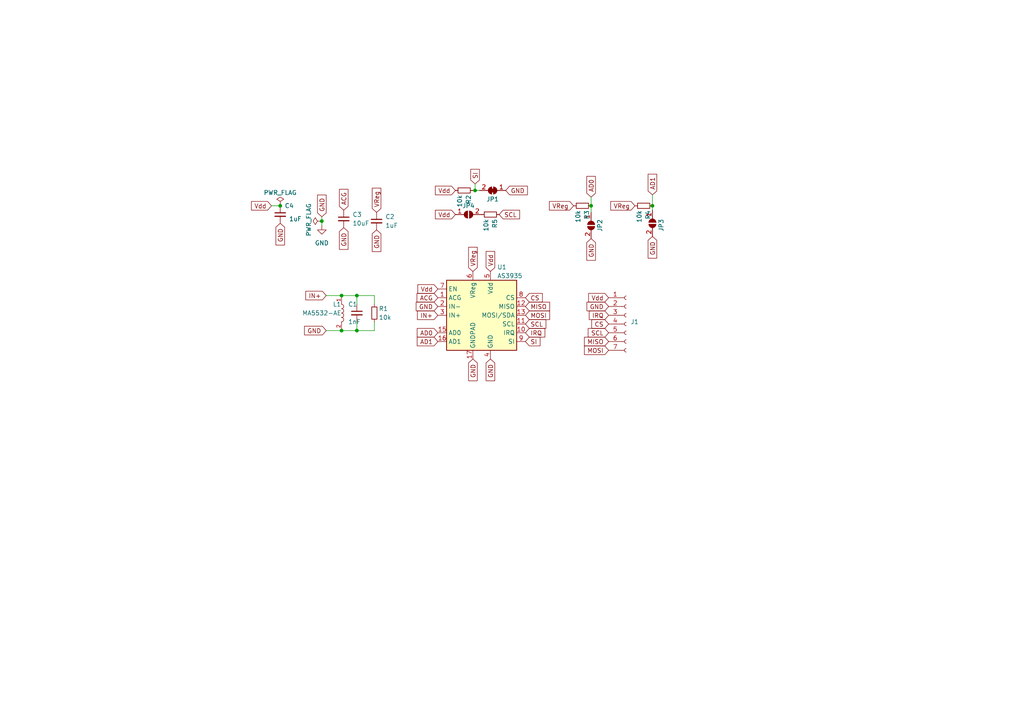
<source format=kicad_sch>
(kicad_sch (version 20230121) (generator eeschema)

  (uuid ca22a732-96f2-4146-9931-93c71964e585)

  (paper "A4")

  (lib_symbols
    (symbol "Connector:Conn_01x07_Socket" (pin_names (offset 1.016) hide) (in_bom yes) (on_board yes)
      (property "Reference" "J" (at 0 10.16 0)
        (effects (font (size 1.27 1.27)))
      )
      (property "Value" "Conn_01x07_Socket" (at 0 -10.16 0)
        (effects (font (size 1.27 1.27)))
      )
      (property "Footprint" "" (at 0 0 0)
        (effects (font (size 1.27 1.27)) hide)
      )
      (property "Datasheet" "~" (at 0 0 0)
        (effects (font (size 1.27 1.27)) hide)
      )
      (property "ki_locked" "" (at 0 0 0)
        (effects (font (size 1.27 1.27)))
      )
      (property "ki_keywords" "connector" (at 0 0 0)
        (effects (font (size 1.27 1.27)) hide)
      )
      (property "ki_description" "Generic connector, single row, 01x07, script generated" (at 0 0 0)
        (effects (font (size 1.27 1.27)) hide)
      )
      (property "ki_fp_filters" "Connector*:*_1x??_*" (at 0 0 0)
        (effects (font (size 1.27 1.27)) hide)
      )
      (symbol "Conn_01x07_Socket_1_1"
        (arc (start 0 -7.112) (mid -0.5058 -7.62) (end 0 -8.128)
          (stroke (width 0.1524) (type default))
          (fill (type none))
        )
        (arc (start 0 -4.572) (mid -0.5058 -5.08) (end 0 -5.588)
          (stroke (width 0.1524) (type default))
          (fill (type none))
        )
        (arc (start 0 -2.032) (mid -0.5058 -2.54) (end 0 -3.048)
          (stroke (width 0.1524) (type default))
          (fill (type none))
        )
        (polyline
          (pts
            (xy -1.27 -7.62)
            (xy -0.508 -7.62)
          )
          (stroke (width 0.1524) (type default))
          (fill (type none))
        )
        (polyline
          (pts
            (xy -1.27 -5.08)
            (xy -0.508 -5.08)
          )
          (stroke (width 0.1524) (type default))
          (fill (type none))
        )
        (polyline
          (pts
            (xy -1.27 -2.54)
            (xy -0.508 -2.54)
          )
          (stroke (width 0.1524) (type default))
          (fill (type none))
        )
        (polyline
          (pts
            (xy -1.27 0)
            (xy -0.508 0)
          )
          (stroke (width 0.1524) (type default))
          (fill (type none))
        )
        (polyline
          (pts
            (xy -1.27 2.54)
            (xy -0.508 2.54)
          )
          (stroke (width 0.1524) (type default))
          (fill (type none))
        )
        (polyline
          (pts
            (xy -1.27 5.08)
            (xy -0.508 5.08)
          )
          (stroke (width 0.1524) (type default))
          (fill (type none))
        )
        (polyline
          (pts
            (xy -1.27 7.62)
            (xy -0.508 7.62)
          )
          (stroke (width 0.1524) (type default))
          (fill (type none))
        )
        (arc (start 0 0.508) (mid -0.5058 0) (end 0 -0.508)
          (stroke (width 0.1524) (type default))
          (fill (type none))
        )
        (arc (start 0 3.048) (mid -0.5058 2.54) (end 0 2.032)
          (stroke (width 0.1524) (type default))
          (fill (type none))
        )
        (arc (start 0 5.588) (mid -0.5058 5.08) (end 0 4.572)
          (stroke (width 0.1524) (type default))
          (fill (type none))
        )
        (arc (start 0 8.128) (mid -0.5058 7.62) (end 0 7.112)
          (stroke (width 0.1524) (type default))
          (fill (type none))
        )
        (pin passive line (at -5.08 7.62 0) (length 3.81)
          (name "Pin_1" (effects (font (size 1.27 1.27))))
          (number "1" (effects (font (size 1.27 1.27))))
        )
        (pin passive line (at -5.08 5.08 0) (length 3.81)
          (name "Pin_2" (effects (font (size 1.27 1.27))))
          (number "2" (effects (font (size 1.27 1.27))))
        )
        (pin passive line (at -5.08 2.54 0) (length 3.81)
          (name "Pin_3" (effects (font (size 1.27 1.27))))
          (number "3" (effects (font (size 1.27 1.27))))
        )
        (pin passive line (at -5.08 0 0) (length 3.81)
          (name "Pin_4" (effects (font (size 1.27 1.27))))
          (number "4" (effects (font (size 1.27 1.27))))
        )
        (pin passive line (at -5.08 -2.54 0) (length 3.81)
          (name "Pin_5" (effects (font (size 1.27 1.27))))
          (number "5" (effects (font (size 1.27 1.27))))
        )
        (pin passive line (at -5.08 -5.08 0) (length 3.81)
          (name "Pin_6" (effects (font (size 1.27 1.27))))
          (number "6" (effects (font (size 1.27 1.27))))
        )
        (pin passive line (at -5.08 -7.62 0) (length 3.81)
          (name "Pin_7" (effects (font (size 1.27 1.27))))
          (number "7" (effects (font (size 1.27 1.27))))
        )
      )
    )
    (symbol "Device:C_Small" (pin_numbers hide) (pin_names (offset 0.254) hide) (in_bom yes) (on_board yes)
      (property "Reference" "C" (at 0.254 1.778 0)
        (effects (font (size 1.27 1.27)) (justify left))
      )
      (property "Value" "C_Small" (at 0.254 -2.032 0)
        (effects (font (size 1.27 1.27)) (justify left))
      )
      (property "Footprint" "" (at 0 0 0)
        (effects (font (size 1.27 1.27)) hide)
      )
      (property "Datasheet" "~" (at 0 0 0)
        (effects (font (size 1.27 1.27)) hide)
      )
      (property "ki_keywords" "capacitor cap" (at 0 0 0)
        (effects (font (size 1.27 1.27)) hide)
      )
      (property "ki_description" "Unpolarized capacitor, small symbol" (at 0 0 0)
        (effects (font (size 1.27 1.27)) hide)
      )
      (property "ki_fp_filters" "C_*" (at 0 0 0)
        (effects (font (size 1.27 1.27)) hide)
      )
      (symbol "C_Small_0_1"
        (polyline
          (pts
            (xy -1.524 -0.508)
            (xy 1.524 -0.508)
          )
          (stroke (width 0.3302) (type default))
          (fill (type none))
        )
        (polyline
          (pts
            (xy -1.524 0.508)
            (xy 1.524 0.508)
          )
          (stroke (width 0.3048) (type default))
          (fill (type none))
        )
      )
      (symbol "C_Small_1_1"
        (pin passive line (at 0 2.54 270) (length 2.032)
          (name "~" (effects (font (size 1.27 1.27))))
          (number "1" (effects (font (size 1.27 1.27))))
        )
        (pin passive line (at 0 -2.54 90) (length 2.032)
          (name "~" (effects (font (size 1.27 1.27))))
          (number "2" (effects (font (size 1.27 1.27))))
        )
      )
    )
    (symbol "Device:R_Small" (pin_numbers hide) (pin_names (offset 0.254) hide) (in_bom yes) (on_board yes)
      (property "Reference" "R" (at 0.762 0.508 0)
        (effects (font (size 1.27 1.27)) (justify left))
      )
      (property "Value" "R_Small" (at 0.762 -1.016 0)
        (effects (font (size 1.27 1.27)) (justify left))
      )
      (property "Footprint" "" (at 0 0 0)
        (effects (font (size 1.27 1.27)) hide)
      )
      (property "Datasheet" "~" (at 0 0 0)
        (effects (font (size 1.27 1.27)) hide)
      )
      (property "ki_keywords" "R resistor" (at 0 0 0)
        (effects (font (size 1.27 1.27)) hide)
      )
      (property "ki_description" "Resistor, small symbol" (at 0 0 0)
        (effects (font (size 1.27 1.27)) hide)
      )
      (property "ki_fp_filters" "R_*" (at 0 0 0)
        (effects (font (size 1.27 1.27)) hide)
      )
      (symbol "R_Small_0_1"
        (rectangle (start -0.762 1.778) (end 0.762 -1.778)
          (stroke (width 0.2032) (type default))
          (fill (type none))
        )
      )
      (symbol "R_Small_1_1"
        (pin passive line (at 0 2.54 270) (length 0.762)
          (name "~" (effects (font (size 1.27 1.27))))
          (number "1" (effects (font (size 1.27 1.27))))
        )
        (pin passive line (at 0 -2.54 90) (length 0.762)
          (name "~" (effects (font (size 1.27 1.27))))
          (number "2" (effects (font (size 1.27 1.27))))
        )
      )
    )
    (symbol "Jumper:SolderJumper_2_Bridged" (pin_names (offset 0) hide) (in_bom yes) (on_board yes)
      (property "Reference" "JP" (at 0 2.032 0)
        (effects (font (size 1.27 1.27)))
      )
      (property "Value" "SolderJumper_2_Bridged" (at 0 -2.54 0)
        (effects (font (size 1.27 1.27)))
      )
      (property "Footprint" "" (at 0 0 0)
        (effects (font (size 1.27 1.27)) hide)
      )
      (property "Datasheet" "~" (at 0 0 0)
        (effects (font (size 1.27 1.27)) hide)
      )
      (property "ki_keywords" "solder jumper SPST" (at 0 0 0)
        (effects (font (size 1.27 1.27)) hide)
      )
      (property "ki_description" "Solder Jumper, 2-pole, closed/bridged" (at 0 0 0)
        (effects (font (size 1.27 1.27)) hide)
      )
      (property "ki_fp_filters" "SolderJumper*Bridged*" (at 0 0 0)
        (effects (font (size 1.27 1.27)) hide)
      )
      (symbol "SolderJumper_2_Bridged_0_1"
        (rectangle (start -0.508 0.508) (end 0.508 -0.508)
          (stroke (width 0) (type default))
          (fill (type outline))
        )
        (arc (start -0.254 1.016) (mid -1.2656 0) (end -0.254 -1.016)
          (stroke (width 0) (type default))
          (fill (type none))
        )
        (arc (start -0.254 1.016) (mid -1.2656 0) (end -0.254 -1.016)
          (stroke (width 0) (type default))
          (fill (type outline))
        )
        (polyline
          (pts
            (xy -0.254 1.016)
            (xy -0.254 -1.016)
          )
          (stroke (width 0) (type default))
          (fill (type none))
        )
        (polyline
          (pts
            (xy 0.254 1.016)
            (xy 0.254 -1.016)
          )
          (stroke (width 0) (type default))
          (fill (type none))
        )
        (arc (start 0.254 -1.016) (mid 1.2656 0) (end 0.254 1.016)
          (stroke (width 0) (type default))
          (fill (type none))
        )
        (arc (start 0.254 -1.016) (mid 1.2656 0) (end 0.254 1.016)
          (stroke (width 0) (type default))
          (fill (type outline))
        )
      )
      (symbol "SolderJumper_2_Bridged_1_1"
        (pin passive line (at -3.81 0 0) (length 2.54)
          (name "A" (effects (font (size 1.27 1.27))))
          (number "1" (effects (font (size 1.27 1.27))))
        )
        (pin passive line (at 3.81 0 180) (length 2.54)
          (name "B" (effects (font (size 1.27 1.27))))
          (number "2" (effects (font (size 1.27 1.27))))
        )
      )
    )
    (symbol "Jumper:SolderJumper_2_Open" (pin_names (offset 0) hide) (in_bom yes) (on_board yes)
      (property "Reference" "JP" (at 0 2.032 0)
        (effects (font (size 1.27 1.27)))
      )
      (property "Value" "SolderJumper_2_Open" (at 0 -2.54 0)
        (effects (font (size 1.27 1.27)))
      )
      (property "Footprint" "" (at 0 0 0)
        (effects (font (size 1.27 1.27)) hide)
      )
      (property "Datasheet" "~" (at 0 0 0)
        (effects (font (size 1.27 1.27)) hide)
      )
      (property "ki_keywords" "solder jumper SPST" (at 0 0 0)
        (effects (font (size 1.27 1.27)) hide)
      )
      (property "ki_description" "Solder Jumper, 2-pole, open" (at 0 0 0)
        (effects (font (size 1.27 1.27)) hide)
      )
      (property "ki_fp_filters" "SolderJumper*Open*" (at 0 0 0)
        (effects (font (size 1.27 1.27)) hide)
      )
      (symbol "SolderJumper_2_Open_0_1"
        (arc (start -0.254 1.016) (mid -1.2656 0) (end -0.254 -1.016)
          (stroke (width 0) (type default))
          (fill (type none))
        )
        (arc (start -0.254 1.016) (mid -1.2656 0) (end -0.254 -1.016)
          (stroke (width 0) (type default))
          (fill (type outline))
        )
        (polyline
          (pts
            (xy -0.254 1.016)
            (xy -0.254 -1.016)
          )
          (stroke (width 0) (type default))
          (fill (type none))
        )
        (polyline
          (pts
            (xy 0.254 1.016)
            (xy 0.254 -1.016)
          )
          (stroke (width 0) (type default))
          (fill (type none))
        )
        (arc (start 0.254 -1.016) (mid 1.2656 0) (end 0.254 1.016)
          (stroke (width 0) (type default))
          (fill (type none))
        )
        (arc (start 0.254 -1.016) (mid 1.2656 0) (end 0.254 1.016)
          (stroke (width 0) (type default))
          (fill (type outline))
        )
      )
      (symbol "SolderJumper_2_Open_1_1"
        (pin passive line (at -3.81 0 0) (length 2.54)
          (name "A" (effects (font (size 1.27 1.27))))
          (number "1" (effects (font (size 1.27 1.27))))
        )
        (pin passive line (at 3.81 0 180) (length 2.54)
          (name "B" (effects (font (size 1.27 1.27))))
          (number "2" (effects (font (size 1.27 1.27))))
        )
      )
    )
    (symbol "MA5532-AE:MA5532-AE" (pin_names (offset 1.016)) (in_bom yes) (on_board yes)
      (property "Reference" "L1" (at -2.54 2.54 0)
        (effects (font (size 1.27 1.27)) (justify left))
      )
      (property "Value" "MA5532-AE" (at -11.43 0 0)
        (effects (font (size 1.27 1.27)) (justify left))
      )
      (property "Footprint" "MA5532:MA5532-AE" (at 0 0 0)
        (effects (font (size 1.27 1.27)) (justify bottom) hide)
      )
      (property "Datasheet" "" (at 0 0 0)
        (effects (font (size 1.27 1.27)) hide)
      )
      (property "VALUE" "100uH" (at 0 0 0)
        (effects (font (size 1.27 1.27)) (justify bottom) hide)
      )
      (property "PROD_ID" "NDUC-11334" (at 0 0 0)
        (effects (font (size 1.27 1.27)) (justify bottom) hide)
      )
      (symbol "MA5532-AE_0_0"
        (arc (start 0 -2.54) (mid 0.6323 -1.905) (end 0 -1.27)
          (stroke (width 0.1524) (type default))
          (fill (type none))
        )
        (arc (start 0 -1.27) (mid 0.6323 -0.635) (end 0 0)
          (stroke (width 0.1524) (type default))
          (fill (type none))
        )
        (arc (start 0 0) (mid 0.6323 0.635) (end 0 1.27)
          (stroke (width 0.1524) (type default))
          (fill (type none))
        )
        (arc (start 0 1.27) (mid 0.6323 1.905) (end 0 2.54)
          (stroke (width 0.1524) (type default))
          (fill (type none))
        )
      )
      (symbol "MA5532-AE_1_1"
        (pin passive line (at 0 5.08 270) (length 2.54)
          (name "~" (effects (font (size 1.016 1.016))))
          (number "1" (effects (font (size 1.016 1.016))))
        )
        (pin passive line (at 0 -5.08 90) (length 2.54)
          (name "~" (effects (font (size 1.016 1.016))))
          (number "2" (effects (font (size 1.016 1.016))))
        )
      )
    )
    (symbol "Sensor:AS3935" (in_bom yes) (on_board yes)
      (property "Reference" "U" (at 5.08 15.24 0)
        (effects (font (size 1.27 1.27)) (justify left))
      )
      (property "Value" "AS3935" (at 5.08 12.7 0)
        (effects (font (size 1.27 1.27)) (justify left))
      )
      (property "Footprint" "Package_DFN_QFN:MLPQ-16-1EP_4x4mm_P0.65mm_EP2.8x2.8mm" (at 20.32 22.86 0)
        (effects (font (size 1.27 1.27)) hide)
      )
      (property "Datasheet" "https://www.embeddedadventures.com/datasheets/AS3935_Datasheet_EN_v2.pdf" (at -2.54 0 0)
        (effects (font (size 1.27 1.27)) hide)
      )
      (property "ki_keywords" "lightning sensor" (at 0 0 0)
        (effects (font (size 1.27 1.27)) hide)
      )
      (property "ki_description" "Programmable fully integrated Lightning Sensor IC" (at 0 0 0)
        (effects (font (size 1.27 1.27)) hide)
      )
      (property "ki_fp_filters" "*MLPQ*16*1EP*4x4mm*P0.65mm*" (at 0 0 0)
        (effects (font (size 1.27 1.27)) hide)
      )
      (symbol "AS3935_0_1"
        (rectangle (start -10.16 10.16) (end 10.16 -10.16)
          (stroke (width 0.254) (type default))
          (fill (type background))
        )
      )
      (symbol "AS3935_1_1"
        (pin input line (at -12.7 5.08 0) (length 2.54)
          (name "ACG" (effects (font (size 1.27 1.27))))
          (number "1" (effects (font (size 1.27 1.27))))
        )
        (pin bidirectional line (at 12.7 -5.08 180) (length 2.54)
          (name "IRQ" (effects (font (size 1.27 1.27))))
          (number "10" (effects (font (size 1.27 1.27))))
        )
        (pin bidirectional line (at 12.7 -2.54 180) (length 2.54)
          (name "SCL" (effects (font (size 1.27 1.27))))
          (number "11" (effects (font (size 1.27 1.27))))
        )
        (pin output line (at 12.7 2.54 180) (length 2.54)
          (name "MISO" (effects (font (size 1.27 1.27))))
          (number "12" (effects (font (size 1.27 1.27))))
        )
        (pin bidirectional line (at 12.7 0 180) (length 2.54)
          (name "MOSI/SDA" (effects (font (size 1.27 1.27))))
          (number "13" (effects (font (size 1.27 1.27))))
        )
        (pin input line (at -12.7 -5.08 0) (length 2.54)
          (name "AD0" (effects (font (size 1.27 1.27))))
          (number "15" (effects (font (size 1.27 1.27))))
        )
        (pin input line (at -12.7 -7.62 0) (length 2.54)
          (name "AD1" (effects (font (size 1.27 1.27))))
          (number "16" (effects (font (size 1.27 1.27))))
        )
        (pin power_in line (at -2.54 -12.7 90) (length 2.54)
          (name "GNDPAD" (effects (font (size 1.27 1.27))))
          (number "17" (effects (font (size 1.27 1.27))))
        )
        (pin input line (at -12.7 2.54 0) (length 2.54)
          (name "IN-" (effects (font (size 1.27 1.27))))
          (number "2" (effects (font (size 1.27 1.27))))
        )
        (pin input line (at -12.7 0 0) (length 2.54)
          (name "IN+" (effects (font (size 1.27 1.27))))
          (number "3" (effects (font (size 1.27 1.27))))
        )
        (pin power_in line (at 2.54 -12.7 90) (length 2.54)
          (name "GND" (effects (font (size 1.27 1.27))))
          (number "4" (effects (font (size 1.27 1.27))))
        )
        (pin power_in line (at 2.54 12.7 270) (length 2.54)
          (name "Vdd" (effects (font (size 1.27 1.27))))
          (number "5" (effects (font (size 1.27 1.27))))
        )
        (pin passive line (at -2.54 12.7 270) (length 2.54)
          (name "VReg" (effects (font (size 1.27 1.27))))
          (number "6" (effects (font (size 1.27 1.27))))
        )
        (pin input line (at -12.7 7.62 0) (length 2.54)
          (name "EN" (effects (font (size 1.27 1.27))))
          (number "7" (effects (font (size 1.27 1.27))))
        )
        (pin input line (at 12.7 5.08 180) (length 2.54)
          (name "CS" (effects (font (size 1.27 1.27))))
          (number "8" (effects (font (size 1.27 1.27))))
        )
        (pin input line (at 12.7 -7.62 180) (length 2.54)
          (name "SI" (effects (font (size 1.27 1.27))))
          (number "9" (effects (font (size 1.27 1.27))))
        )
      )
    )
    (symbol "power:GND" (power) (pin_names (offset 0)) (in_bom yes) (on_board yes)
      (property "Reference" "#PWR" (at 0 -6.35 0)
        (effects (font (size 1.27 1.27)) hide)
      )
      (property "Value" "GND" (at 0 -3.81 0)
        (effects (font (size 1.27 1.27)))
      )
      (property "Footprint" "" (at 0 0 0)
        (effects (font (size 1.27 1.27)) hide)
      )
      (property "Datasheet" "" (at 0 0 0)
        (effects (font (size 1.27 1.27)) hide)
      )
      (property "ki_keywords" "global power" (at 0 0 0)
        (effects (font (size 1.27 1.27)) hide)
      )
      (property "ki_description" "Power symbol creates a global label with name \"GND\" , ground" (at 0 0 0)
        (effects (font (size 1.27 1.27)) hide)
      )
      (symbol "GND_0_1"
        (polyline
          (pts
            (xy 0 0)
            (xy 0 -1.27)
            (xy 1.27 -1.27)
            (xy 0 -2.54)
            (xy -1.27 -1.27)
            (xy 0 -1.27)
          )
          (stroke (width 0) (type default))
          (fill (type none))
        )
      )
      (symbol "GND_1_1"
        (pin power_in line (at 0 0 270) (length 0) hide
          (name "GND" (effects (font (size 1.27 1.27))))
          (number "1" (effects (font (size 1.27 1.27))))
        )
      )
    )
    (symbol "power:PWR_FLAG" (power) (pin_numbers hide) (pin_names (offset 0) hide) (in_bom yes) (on_board yes)
      (property "Reference" "#FLG" (at 0 1.905 0)
        (effects (font (size 1.27 1.27)) hide)
      )
      (property "Value" "PWR_FLAG" (at 0 3.81 0)
        (effects (font (size 1.27 1.27)))
      )
      (property "Footprint" "" (at 0 0 0)
        (effects (font (size 1.27 1.27)) hide)
      )
      (property "Datasheet" "~" (at 0 0 0)
        (effects (font (size 1.27 1.27)) hide)
      )
      (property "ki_keywords" "flag power" (at 0 0 0)
        (effects (font (size 1.27 1.27)) hide)
      )
      (property "ki_description" "Special symbol for telling ERC where power comes from" (at 0 0 0)
        (effects (font (size 1.27 1.27)) hide)
      )
      (symbol "PWR_FLAG_0_0"
        (pin power_out line (at 0 0 90) (length 0)
          (name "pwr" (effects (font (size 1.27 1.27))))
          (number "1" (effects (font (size 1.27 1.27))))
        )
      )
      (symbol "PWR_FLAG_0_1"
        (polyline
          (pts
            (xy 0 0)
            (xy 0 1.27)
            (xy -1.016 1.905)
            (xy 0 2.54)
            (xy 1.016 1.905)
            (xy 0 1.27)
          )
          (stroke (width 0) (type default))
          (fill (type none))
        )
      )
    )
  )

  (junction (at 171.45 59.69) (diameter 0) (color 0 0 0 0)
    (uuid 1fae0b06-0ffe-4dca-8226-3622ccb1db19)
  )
  (junction (at 189.23 59.69) (diameter 0) (color 0 0 0 0)
    (uuid 2ab10f1b-41ef-4d42-ab2b-d9dbfbb6c754)
  )
  (junction (at 137.795 55.245) (diameter 0) (color 0 0 0 0)
    (uuid 53ad17a9-0ea9-402f-912d-48dcdead678f)
  )
  (junction (at 81.28 59.69) (diameter 0) (color 0 0 0 0)
    (uuid 7134b333-9a82-420b-a434-c72ae8a244be)
  )
  (junction (at 99.06 85.725) (diameter 0) (color 0 0 0 0)
    (uuid 80c91484-48ac-4729-bfc6-e8c02d29e77c)
  )
  (junction (at 93.345 64.135) (diameter 0) (color 0 0 0 0)
    (uuid 98de51eb-00c5-4cff-9f18-5d480fd8f8d4)
  )
  (junction (at 103.505 95.885) (diameter 0) (color 0 0 0 0)
    (uuid be3d6bff-572c-42a5-921f-352c95181e0e)
  )
  (junction (at 99.06 95.885) (diameter 0) (color 0 0 0 0)
    (uuid c9d6ab6e-8fee-4a6a-9ecc-7d39c6436c0d)
  )
  (junction (at 103.505 85.725) (diameter 0) (color 0 0 0 0)
    (uuid cdea6fe1-48ec-4bf0-8c27-dbf0bc23ef90)
  )

  (wire (pts (xy 103.505 95.885) (xy 108.585 95.885))
    (stroke (width 0) (type default))
    (uuid 25454b7b-3436-4db3-95df-6f183c81db36)
  )
  (wire (pts (xy 189.23 56.515) (xy 189.23 59.69))
    (stroke (width 0) (type default))
    (uuid 30e65e00-c5ad-4d3c-bc02-561896ba9764)
  )
  (wire (pts (xy 108.585 93.345) (xy 108.585 95.885))
    (stroke (width 0) (type default))
    (uuid 37a4bb7b-3e4b-44a0-8973-a9ec7b56ef6d)
  )
  (wire (pts (xy 99.06 95.885) (xy 103.505 95.885))
    (stroke (width 0) (type default))
    (uuid 3fe97094-081c-466f-b6f1-7bccf0c932ef)
  )
  (wire (pts (xy 103.505 85.725) (xy 108.585 85.725))
    (stroke (width 0) (type default))
    (uuid 42619ede-11d7-4b79-8d26-0d11961d96f4)
  )
  (wire (pts (xy 78.74 59.69) (xy 81.28 59.69))
    (stroke (width 0) (type default))
    (uuid 4c282f6b-fca3-45bc-80df-1d1e3662ac47)
  )
  (wire (pts (xy 171.45 57.15) (xy 171.45 59.69))
    (stroke (width 0) (type default))
    (uuid 6f7499a7-a65d-44ac-bdbc-4211eeb5d5d7)
  )
  (wire (pts (xy 137.16 55.245) (xy 137.795 55.245))
    (stroke (width 0) (type default))
    (uuid 77595150-3b56-4421-9e57-781d26968bf3)
  )
  (wire (pts (xy 93.345 64.135) (xy 93.345 65.405))
    (stroke (width 0) (type default))
    (uuid 79d094f7-5e24-429c-b700-aa2a23639303)
  )
  (wire (pts (xy 137.795 55.245) (xy 139.065 55.245))
    (stroke (width 0) (type default))
    (uuid 7f74366c-313d-4a7d-b1b5-6507a15f0d0b)
  )
  (wire (pts (xy 94.615 95.885) (xy 99.06 95.885))
    (stroke (width 0) (type default))
    (uuid 8c287a51-20aa-48f3-aca9-ce54970f8212)
  )
  (wire (pts (xy 99.06 85.725) (xy 103.505 85.725))
    (stroke (width 0) (type default))
    (uuid a0a70c76-da9f-40f3-84fb-ba5d5a1c4cec)
  )
  (wire (pts (xy 94.615 85.725) (xy 99.06 85.725))
    (stroke (width 0) (type default))
    (uuid a5fb8896-6bce-4d57-859a-4472bb169ff1)
  )
  (wire (pts (xy 93.345 62.865) (xy 93.345 64.135))
    (stroke (width 0) (type default))
    (uuid a6a225df-6811-444f-badd-29507b360c2a)
  )
  (wire (pts (xy 137.795 53.34) (xy 137.795 55.245))
    (stroke (width 0) (type default))
    (uuid a8995a36-29d6-4752-b634-cd1335c446b8)
  )
  (wire (pts (xy 108.585 88.265) (xy 108.585 85.725))
    (stroke (width 0) (type default))
    (uuid abe58568-556d-4e16-83d5-b3688d1a6466)
  )
  (wire (pts (xy 171.45 59.69) (xy 171.45 61.595))
    (stroke (width 0) (type default))
    (uuid bef093bf-f425-48fe-ab9b-52bca6024c1b)
  )
  (wire (pts (xy 103.505 88.265) (xy 103.505 85.725))
    (stroke (width 0) (type default))
    (uuid cadb07c0-66df-4bab-8e77-d6769d3d7b89)
  )
  (wire (pts (xy 103.505 93.345) (xy 103.505 95.885))
    (stroke (width 0) (type default))
    (uuid ec214c17-3a3d-41ad-8409-4b46c8bfcad9)
  )
  (wire (pts (xy 189.23 59.69) (xy 189.23 60.96))
    (stroke (width 0) (type default))
    (uuid f23a7eb6-670c-4b19-98a2-9ecd1f1643fa)
  )

  (global_label "GND" (shape input) (at 93.345 62.865 90) (fields_autoplaced)
    (effects (font (size 1.27 1.27)) (justify left))
    (uuid 00921839-d046-46cd-903e-d3b09b5c4702)
    (property "Intersheetrefs" "${INTERSHEET_REFS}" (at 93.345 56.0887 90)
      (effects (font (size 1.27 1.27)) (justify left) hide)
    )
  )
  (global_label "MOSI" (shape input) (at 152.4 91.44 0) (fields_autoplaced)
    (effects (font (size 1.27 1.27)) (justify left))
    (uuid 00e5bb55-f92b-47ff-abcf-520cc9eb69f6)
    (property "Intersheetrefs" "${INTERSHEET_REFS}" (at 159.902 91.44 0)
      (effects (font (size 1.27 1.27)) (justify left) hide)
    )
  )
  (global_label "AD1" (shape input) (at 127 99.06 180) (fields_autoplaced)
    (effects (font (size 1.27 1.27)) (justify right))
    (uuid 0c0bcd8b-6800-442a-90cf-d69da88daabd)
    (property "Intersheetrefs" "${INTERSHEET_REFS}" (at 120.5261 99.06 0)
      (effects (font (size 1.27 1.27)) (justify right) hide)
    )
  )
  (global_label "SCL" (shape input) (at 152.4 93.98 0) (fields_autoplaced)
    (effects (font (size 1.27 1.27)) (justify left))
    (uuid 0db8babf-efaf-4b71-8851-38efcd3978e3)
    (property "Intersheetrefs" "${INTERSHEET_REFS}" (at 158.8134 93.98 0)
      (effects (font (size 1.27 1.27)) (justify left) hide)
    )
  )
  (global_label "SCL" (shape input) (at 176.53 96.52 180) (fields_autoplaced)
    (effects (font (size 1.27 1.27)) (justify right))
    (uuid 0e467b39-5c96-450a-ad6c-0754a0f040dd)
    (property "Intersheetrefs" "${INTERSHEET_REFS}" (at 170.1166 96.52 0)
      (effects (font (size 1.27 1.27)) (justify right) hide)
    )
  )
  (global_label "GND" (shape input) (at 189.23 68.58 270) (fields_autoplaced)
    (effects (font (size 1.27 1.27)) (justify right))
    (uuid 1448f58e-ac10-4ec8-b6d0-67ef34b2260d)
    (property "Intersheetrefs" "${INTERSHEET_REFS}" (at 189.23 75.3563 90)
      (effects (font (size 1.27 1.27)) (justify right) hide)
    )
  )
  (global_label "GND" (shape input) (at 99.695 66.04 270) (fields_autoplaced)
    (effects (font (size 1.27 1.27)) (justify right))
    (uuid 1c8b4fde-7b93-4f29-b1ae-c3d27f1153da)
    (property "Intersheetrefs" "${INTERSHEET_REFS}" (at 99.695 72.8163 90)
      (effects (font (size 1.27 1.27)) (justify right) hide)
    )
  )
  (global_label "Vdd" (shape input) (at 78.74 59.69 180) (fields_autoplaced)
    (effects (font (size 1.27 1.27)) (justify right))
    (uuid 2012df71-96f8-4d68-92da-343638d7ca8e)
    (property "Intersheetrefs" "${INTERSHEET_REFS}" (at 72.4476 59.69 0)
      (effects (font (size 1.27 1.27)) (justify right) hide)
    )
  )
  (global_label "ACG" (shape input) (at 99.695 60.96 90) (fields_autoplaced)
    (effects (font (size 1.27 1.27)) (justify left))
    (uuid 28c41953-ee5e-466b-a389-2a596d512bd1)
    (property "Intersheetrefs" "${INTERSHEET_REFS}" (at 99.695 54.4256 90)
      (effects (font (size 1.27 1.27)) (justify left) hide)
    )
  )
  (global_label "VReg" (shape input) (at 109.22 61.595 90) (fields_autoplaced)
    (effects (font (size 1.27 1.27)) (justify left))
    (uuid 3b73d43e-e0ce-4390-9fcc-e4ab4993c09c)
    (property "Intersheetrefs" "${INTERSHEET_REFS}" (at 109.22 54.093 90)
      (effects (font (size 1.27 1.27)) (justify left) hide)
    )
  )
  (global_label "ACG" (shape input) (at 127 86.36 180) (fields_autoplaced)
    (effects (font (size 1.27 1.27)) (justify right))
    (uuid 3fef3b0f-f1f3-4003-99ae-36292849f818)
    (property "Intersheetrefs" "${INTERSHEET_REFS}" (at 120.4656 86.36 0)
      (effects (font (size 1.27 1.27)) (justify right) hide)
    )
  )
  (global_label "IN+" (shape input) (at 94.615 85.725 180) (fields_autoplaced)
    (effects (font (size 1.27 1.27)) (justify right))
    (uuid 462662b9-3cef-47d2-94aa-220f783f46c7)
    (property "Intersheetrefs" "${INTERSHEET_REFS}" (at 88.2015 85.725 0)
      (effects (font (size 1.27 1.27)) (justify right) hide)
    )
  )
  (global_label "GND" (shape input) (at 171.45 69.215 270) (fields_autoplaced)
    (effects (font (size 1.27 1.27)) (justify right))
    (uuid 4a2a9bf9-a13f-4a0c-82a9-f663d9a30591)
    (property "Intersheetrefs" "${INTERSHEET_REFS}" (at 171.45 75.9913 90)
      (effects (font (size 1.27 1.27)) (justify right) hide)
    )
  )
  (global_label "IRQ" (shape input) (at 152.4 96.52 0) (fields_autoplaced)
    (effects (font (size 1.27 1.27)) (justify left))
    (uuid 523e53a2-8f0f-48ad-a3c2-d13879955f49)
    (property "Intersheetrefs" "${INTERSHEET_REFS}" (at 158.5111 96.52 0)
      (effects (font (size 1.27 1.27)) (justify left) hide)
    )
  )
  (global_label "VReg" (shape input) (at 184.15 59.69 180) (fields_autoplaced)
    (effects (font (size 1.27 1.27)) (justify right))
    (uuid 56f8afa5-9383-4a2e-9dd5-6baf8d1f7707)
    (property "Intersheetrefs" "${INTERSHEET_REFS}" (at 176.648 59.69 0)
      (effects (font (size 1.27 1.27)) (justify right) hide)
    )
  )
  (global_label "MISO" (shape input) (at 176.53 99.06 180) (fields_autoplaced)
    (effects (font (size 1.27 1.27)) (justify right))
    (uuid 5f2a1ad5-4419-4718-a004-c4a4e262b8c4)
    (property "Intersheetrefs" "${INTERSHEET_REFS}" (at 169.028 99.06 0)
      (effects (font (size 1.27 1.27)) (justify right) hide)
    )
  )
  (global_label "CS" (shape input) (at 176.53 93.98 180) (fields_autoplaced)
    (effects (font (size 1.27 1.27)) (justify right))
    (uuid 67dd746b-94c4-4463-a1e6-46526ea5c4c5)
    (property "Intersheetrefs" "${INTERSHEET_REFS}" (at 171.1447 93.98 0)
      (effects (font (size 1.27 1.27)) (justify right) hide)
    )
  )
  (global_label "MOSI" (shape input) (at 176.53 101.6 180) (fields_autoplaced)
    (effects (font (size 1.27 1.27)) (justify right))
    (uuid 6ddf375c-afc0-4ac7-9410-74e065c96978)
    (property "Intersheetrefs" "${INTERSHEET_REFS}" (at 169.028 101.6 0)
      (effects (font (size 1.27 1.27)) (justify right) hide)
    )
  )
  (global_label "SI" (shape input) (at 152.4 99.06 0) (fields_autoplaced)
    (effects (font (size 1.27 1.27)) (justify left))
    (uuid 71ee9a0a-9bc8-42a5-a55a-fbe61c648423)
    (property "Intersheetrefs" "${INTERSHEET_REFS}" (at 157.1201 99.06 0)
      (effects (font (size 1.27 1.27)) (justify left) hide)
    )
  )
  (global_label "IN+" (shape input) (at 127 91.44 180) (fields_autoplaced)
    (effects (font (size 1.27 1.27)) (justify right))
    (uuid 776e7b29-f2ff-415a-bcfe-8988b56be3ce)
    (property "Intersheetrefs" "${INTERSHEET_REFS}" (at 120.5865 91.44 0)
      (effects (font (size 1.27 1.27)) (justify right) hide)
    )
  )
  (global_label "MISO" (shape input) (at 152.4 88.9 0) (fields_autoplaced)
    (effects (font (size 1.27 1.27)) (justify left))
    (uuid 7850a3bc-6ff0-46e9-8123-d020f0a81282)
    (property "Intersheetrefs" "${INTERSHEET_REFS}" (at 159.902 88.9 0)
      (effects (font (size 1.27 1.27)) (justify left) hide)
    )
  )
  (global_label "GND" (shape input) (at 94.615 95.885 180) (fields_autoplaced)
    (effects (font (size 1.27 1.27)) (justify right))
    (uuid 7bce3697-4cf4-4d46-a033-a2c46234f7f5)
    (property "Intersheetrefs" "${INTERSHEET_REFS}" (at 87.8387 95.885 0)
      (effects (font (size 1.27 1.27)) (justify right) hide)
    )
  )
  (global_label "IRQ" (shape input) (at 176.53 91.44 180) (fields_autoplaced)
    (effects (font (size 1.27 1.27)) (justify right))
    (uuid 8c23c066-3cb7-4f47-a388-ed98aed4b3c2)
    (property "Intersheetrefs" "${INTERSHEET_REFS}" (at 170.4189 91.44 0)
      (effects (font (size 1.27 1.27)) (justify right) hide)
    )
  )
  (global_label "VReg" (shape input) (at 166.37 59.69 180) (fields_autoplaced)
    (effects (font (size 1.27 1.27)) (justify right))
    (uuid 9c844452-a2db-4e90-a342-7fdc3490ea48)
    (property "Intersheetrefs" "${INTERSHEET_REFS}" (at 158.868 59.69 0)
      (effects (font (size 1.27 1.27)) (justify right) hide)
    )
  )
  (global_label "SCL" (shape input) (at 144.78 62.23 0) (fields_autoplaced)
    (effects (font (size 1.27 1.27)) (justify left))
    (uuid a0041555-4b80-4d9a-9baa-052eb10436c0)
    (property "Intersheetrefs" "${INTERSHEET_REFS}" (at 151.1934 62.23 0)
      (effects (font (size 1.27 1.27)) (justify left) hide)
    )
  )
  (global_label "AD1" (shape input) (at 189.23 56.515 90) (fields_autoplaced)
    (effects (font (size 1.27 1.27)) (justify left))
    (uuid a4facef3-66a1-4d5e-9491-60c35fe7750d)
    (property "Intersheetrefs" "${INTERSHEET_REFS}" (at 189.23 50.0411 90)
      (effects (font (size 1.27 1.27)) (justify left) hide)
    )
  )
  (global_label "VReg" (shape input) (at 137.16 78.74 90) (fields_autoplaced)
    (effects (font (size 1.27 1.27)) (justify left))
    (uuid ad64298a-c154-495b-9c86-27c670e2c86d)
    (property "Intersheetrefs" "${INTERSHEET_REFS}" (at 137.16 71.238 90)
      (effects (font (size 1.27 1.27)) (justify left) hide)
    )
  )
  (global_label "GND" (shape input) (at 109.22 66.675 270) (fields_autoplaced)
    (effects (font (size 1.27 1.27)) (justify right))
    (uuid ba5e960e-e146-4b74-8753-b7770dfad848)
    (property "Intersheetrefs" "${INTERSHEET_REFS}" (at 109.22 73.4513 90)
      (effects (font (size 1.27 1.27)) (justify right) hide)
    )
  )
  (global_label "GND" (shape input) (at 142.24 104.14 270) (fields_autoplaced)
    (effects (font (size 1.27 1.27)) (justify right))
    (uuid baa77613-8a9f-4585-9063-54cf942bc101)
    (property "Intersheetrefs" "${INTERSHEET_REFS}" (at 142.24 110.9163 90)
      (effects (font (size 1.27 1.27)) (justify right) hide)
    )
  )
  (global_label "Vdd" (shape input) (at 132.08 55.245 180) (fields_autoplaced)
    (effects (font (size 1.27 1.27)) (justify right))
    (uuid c14ac29b-d30a-43e3-9898-17caea6281d4)
    (property "Intersheetrefs" "${INTERSHEET_REFS}" (at 125.7876 55.245 0)
      (effects (font (size 1.27 1.27)) (justify right) hide)
    )
  )
  (global_label "AD0" (shape input) (at 171.45 57.15 90) (fields_autoplaced)
    (effects (font (size 1.27 1.27)) (justify left))
    (uuid c30adc21-9473-4117-a6b1-8ccf321a0646)
    (property "Intersheetrefs" "${INTERSHEET_REFS}" (at 171.45 50.6761 90)
      (effects (font (size 1.27 1.27)) (justify left) hide)
    )
  )
  (global_label "GND" (shape input) (at 127 88.9 180) (fields_autoplaced)
    (effects (font (size 1.27 1.27)) (justify right))
    (uuid c366dcbf-cbdf-4d4b-b043-d7fc731881a7)
    (property "Intersheetrefs" "${INTERSHEET_REFS}" (at 120.2237 88.9 0)
      (effects (font (size 1.27 1.27)) (justify right) hide)
    )
  )
  (global_label "GND" (shape input) (at 81.28 64.77 270) (fields_autoplaced)
    (effects (font (size 1.27 1.27)) (justify right))
    (uuid c4a1c8ac-acb7-477f-a01a-963dfeadf1e7)
    (property "Intersheetrefs" "${INTERSHEET_REFS}" (at 81.28 71.5463 90)
      (effects (font (size 1.27 1.27)) (justify right) hide)
    )
  )
  (global_label "Vdd" (shape input) (at 176.53 86.36 180) (fields_autoplaced)
    (effects (font (size 1.27 1.27)) (justify right))
    (uuid c6c68b5b-67b1-4768-983a-9589a1b05975)
    (property "Intersheetrefs" "${INTERSHEET_REFS}" (at 170.2376 86.36 0)
      (effects (font (size 1.27 1.27)) (justify right) hide)
    )
  )
  (global_label "SI" (shape input) (at 137.795 53.34 90) (fields_autoplaced)
    (effects (font (size 1.27 1.27)) (justify left))
    (uuid d455d509-d523-4fc4-a0ac-c296374f9ff2)
    (property "Intersheetrefs" "${INTERSHEET_REFS}" (at 137.795 48.6199 90)
      (effects (font (size 1.27 1.27)) (justify left) hide)
    )
  )
  (global_label "Vdd" (shape input) (at 132.08 62.23 180) (fields_autoplaced)
    (effects (font (size 1.27 1.27)) (justify right))
    (uuid d4a3030c-de5a-4fc0-8457-811d4ac4676c)
    (property "Intersheetrefs" "${INTERSHEET_REFS}" (at 125.7876 62.23 0)
      (effects (font (size 1.27 1.27)) (justify right) hide)
    )
  )
  (global_label "AD0" (shape input) (at 127 96.52 180) (fields_autoplaced)
    (effects (font (size 1.27 1.27)) (justify right))
    (uuid d714fa26-1dab-48be-9a51-978841765bf4)
    (property "Intersheetrefs" "${INTERSHEET_REFS}" (at 120.5261 96.52 0)
      (effects (font (size 1.27 1.27)) (justify right) hide)
    )
  )
  (global_label "GND" (shape input) (at 137.16 104.14 270) (fields_autoplaced)
    (effects (font (size 1.27 1.27)) (justify right))
    (uuid da693302-4249-485e-a9da-80f3fab08419)
    (property "Intersheetrefs" "${INTERSHEET_REFS}" (at 137.16 110.9163 90)
      (effects (font (size 1.27 1.27)) (justify right) hide)
    )
  )
  (global_label "Vdd" (shape input) (at 142.24 78.74 90) (fields_autoplaced)
    (effects (font (size 1.27 1.27)) (justify left))
    (uuid df829869-ecd4-449f-8133-5eacb5a51b10)
    (property "Intersheetrefs" "${INTERSHEET_REFS}" (at 142.24 72.4476 90)
      (effects (font (size 1.27 1.27)) (justify left) hide)
    )
  )
  (global_label "Vdd" (shape input) (at 127 83.82 180) (fields_autoplaced)
    (effects (font (size 1.27 1.27)) (justify right))
    (uuid e1fa7cde-7dac-4c8f-886d-6bcbef99488c)
    (property "Intersheetrefs" "${INTERSHEET_REFS}" (at 120.7076 83.82 0)
      (effects (font (size 1.27 1.27)) (justify right) hide)
    )
  )
  (global_label "GND" (shape input) (at 176.53 88.9 180) (fields_autoplaced)
    (effects (font (size 1.27 1.27)) (justify right))
    (uuid e296f15a-3f03-4d0c-88c5-99fcb48a305b)
    (property "Intersheetrefs" "${INTERSHEET_REFS}" (at 169.7537 88.9 0)
      (effects (font (size 1.27 1.27)) (justify right) hide)
    )
  )
  (global_label "GND" (shape input) (at 146.685 55.245 0) (fields_autoplaced)
    (effects (font (size 1.27 1.27)) (justify left))
    (uuid e4ea8667-e58e-41dc-8321-517f0b537ffd)
    (property "Intersheetrefs" "${INTERSHEET_REFS}" (at 153.4613 55.245 0)
      (effects (font (size 1.27 1.27)) (justify left) hide)
    )
  )
  (global_label "CS" (shape input) (at 152.4 86.36 0) (fields_autoplaced)
    (effects (font (size 1.27 1.27)) (justify left))
    (uuid fbdf0bc9-c60d-476a-a0da-48e650bdb30a)
    (property "Intersheetrefs" "${INTERSHEET_REFS}" (at 157.7853 86.36 0)
      (effects (font (size 1.27 1.27)) (justify left) hide)
    )
  )

  (symbol (lib_id "Jumper:SolderJumper_2_Open") (at 171.45 65.405 270) (unit 1)
    (in_bom yes) (on_board yes) (dnp no)
    (uuid 1d999c04-fde6-4c18-9da7-b8467980a3f8)
    (property "Reference" "JP2" (at 173.99 65.405 0)
      (effects (font (size 1.27 1.27)))
    )
    (property "Value" "AD0 Bridge" (at 173.99 65.405 0)
      (effects (font (size 1.27 1.27)) hide)
    )
    (property "Footprint" "Jumper:SolderJumper-2_P1.3mm_Open_RoundedPad1.0x1.5mm" (at 171.45 65.405 0)
      (effects (font (size 1.27 1.27)) hide)
    )
    (property "Datasheet" "~" (at 171.45 65.405 0)
      (effects (font (size 1.27 1.27)) hide)
    )
    (pin "1" (uuid ecd006d2-19ba-45f7-9e23-9f17c16e8d0c))
    (pin "2" (uuid 5edacaa3-da0d-4d65-9a42-3f78aea420f2))
    (instances
      (project "ThunderBuddy"
        (path "/ca22a732-96f2-4146-9931-93c71964e585"
          (reference "JP2") (unit 1)
        )
      )
    )
  )

  (symbol (lib_id "power:PWR_FLAG") (at 93.345 64.135 90) (unit 1)
    (in_bom yes) (on_board yes) (dnp no)
    (uuid 2bb67432-14c0-46e2-a409-a07a48769e6b)
    (property "Reference" "#FLG02" (at 91.44 64.135 0)
      (effects (font (size 1.27 1.27)) hide)
    )
    (property "Value" "PWR_FLAG" (at 89.535 68.58 0)
      (effects (font (size 1.27 1.27)) (justify left))
    )
    (property "Footprint" "" (at 93.345 64.135 0)
      (effects (font (size 1.27 1.27)) hide)
    )
    (property "Datasheet" "~" (at 93.345 64.135 0)
      (effects (font (size 1.27 1.27)) hide)
    )
    (pin "1" (uuid 03d0332f-104d-423a-90fe-151d298a9993))
    (instances
      (project "ThunderBuddy"
        (path "/ca22a732-96f2-4146-9931-93c71964e585"
          (reference "#FLG02") (unit 1)
        )
      )
    )
  )

  (symbol (lib_id "Jumper:SolderJumper_2_Open") (at 189.23 64.77 270) (unit 1)
    (in_bom yes) (on_board yes) (dnp no)
    (uuid 4e2adbc0-cb9c-41b4-b119-1be9f896528b)
    (property "Reference" "JP3" (at 191.77 63.5 0)
      (effects (font (size 1.27 1.27)) (justify left))
    )
    (property "Value" "AD1 Bridge" (at 191.77 64.77 0)
      (effects (font (size 1.27 1.27)) hide)
    )
    (property "Footprint" "Jumper:SolderJumper-2_P1.3mm_Open_RoundedPad1.0x1.5mm" (at 189.23 64.77 0)
      (effects (font (size 1.27 1.27)) hide)
    )
    (property "Datasheet" "~" (at 189.23 64.77 0)
      (effects (font (size 1.27 1.27)) hide)
    )
    (pin "1" (uuid 5908250a-d6fc-42ae-b6fa-33228ba627c9))
    (pin "2" (uuid 942c806c-aeea-42dc-9f26-df18cb63704a))
    (instances
      (project "ThunderBuddy"
        (path "/ca22a732-96f2-4146-9931-93c71964e585"
          (reference "JP3") (unit 1)
        )
      )
    )
  )

  (symbol (lib_id "Device:R_Small") (at 186.69 59.69 270) (unit 1)
    (in_bom yes) (on_board yes) (dnp no)
    (uuid 764ba6be-d113-47f6-9a91-627804888acf)
    (property "Reference" "R4" (at 187.96 60.96 0)
      (effects (font (size 1.27 1.27)) (justify left))
    )
    (property "Value" "10k" (at 185.42 60.96 0)
      (effects (font (size 1.27 1.27)) (justify left))
    )
    (property "Footprint" "Resistor_SMD:R_0805_2012Metric" (at 186.69 59.69 0)
      (effects (font (size 1.27 1.27)) hide)
    )
    (property "Datasheet" "~" (at 186.69 59.69 0)
      (effects (font (size 1.27 1.27)) hide)
    )
    (pin "1" (uuid e79e537a-dd46-4702-ac38-c21c5dd22d83))
    (pin "2" (uuid 587cfdc3-0a24-4bd7-b7d5-3e232cecdf70))
    (instances
      (project "ThunderBuddy"
        (path "/ca22a732-96f2-4146-9931-93c71964e585"
          (reference "R4") (unit 1)
        )
      )
    )
  )

  (symbol (lib_id "Device:R_Small") (at 168.91 59.69 270) (unit 1)
    (in_bom yes) (on_board yes) (dnp no)
    (uuid 77c79ec3-8065-48f7-bdd1-b690f9e11366)
    (property "Reference" "R3" (at 170.18 60.96 0)
      (effects (font (size 1.27 1.27)) (justify left))
    )
    (property "Value" "10k" (at 167.64 60.96 0)
      (effects (font (size 1.27 1.27)) (justify left))
    )
    (property "Footprint" "Resistor_SMD:R_0805_2012Metric" (at 168.91 59.69 0)
      (effects (font (size 1.27 1.27)) hide)
    )
    (property "Datasheet" "~" (at 168.91 59.69 0)
      (effects (font (size 1.27 1.27)) hide)
    )
    (pin "1" (uuid 75f6d0b9-cae0-4c1c-bba0-a60db476bf38))
    (pin "2" (uuid a2bc6a44-b9fe-455a-a272-32af02fa212b))
    (instances
      (project "ThunderBuddy"
        (path "/ca22a732-96f2-4146-9931-93c71964e585"
          (reference "R3") (unit 1)
        )
      )
    )
  )

  (symbol (lib_id "Device:C_Small") (at 109.22 64.135 0) (unit 1)
    (in_bom yes) (on_board yes) (dnp no)
    (uuid 876bbb47-d16e-4c9d-ad0b-c08a36a7acdc)
    (property "Reference" "C2" (at 111.76 62.865 0)
      (effects (font (size 1.27 1.27)) (justify left))
    )
    (property "Value" "1uF" (at 111.76 65.405 0)
      (effects (font (size 1.27 1.27)) (justify left))
    )
    (property "Footprint" "Capacitor_SMD:C_0805_2012Metric" (at 109.22 64.135 0)
      (effects (font (size 1.27 1.27)) hide)
    )
    (property "Datasheet" "~" (at 109.22 64.135 0)
      (effects (font (size 1.27 1.27)) hide)
    )
    (pin "1" (uuid 1f398e20-3779-47f3-a6f2-56462df05511))
    (pin "2" (uuid 64deb045-b7b0-498a-be6f-287ddd47d753))
    (instances
      (project "ThunderBuddy"
        (path "/ca22a732-96f2-4146-9931-93c71964e585"
          (reference "C2") (unit 1)
        )
      )
    )
  )

  (symbol (lib_id "Device:C_Small") (at 81.28 62.23 0) (unit 1)
    (in_bom yes) (on_board yes) (dnp no)
    (uuid 90f8be76-7b79-469f-b4e9-a1ad3ed3fe63)
    (property "Reference" "C4" (at 82.55 59.69 0)
      (effects (font (size 1.27 1.27)) (justify left))
    )
    (property "Value" "1uF" (at 83.82 63.5 0)
      (effects (font (size 1.27 1.27)) (justify left))
    )
    (property "Footprint" "Capacitor_SMD:C_0805_2012Metric" (at 81.28 62.23 0)
      (effects (font (size 1.27 1.27)) hide)
    )
    (property "Datasheet" "~" (at 81.28 62.23 0)
      (effects (font (size 1.27 1.27)) hide)
    )
    (pin "1" (uuid 16ccc5cd-ac50-455c-8b99-d77b5031b68c))
    (pin "2" (uuid 53d90c4b-0b9b-49d8-ae2b-105476cad39e))
    (instances
      (project "ThunderBuddy"
        (path "/ca22a732-96f2-4146-9931-93c71964e585"
          (reference "C4") (unit 1)
        )
      )
    )
  )

  (symbol (lib_id "Sensor:AS3935") (at 139.7 91.44 0) (unit 1)
    (in_bom yes) (on_board yes) (dnp no) (fields_autoplaced)
    (uuid 979735b3-3480-40c6-a7b7-6e9901fe464a)
    (property "Reference" "U1" (at 144.1959 77.47 0)
      (effects (font (size 1.27 1.27)) (justify left))
    )
    (property "Value" "AS3935" (at 144.1959 80.01 0)
      (effects (font (size 1.27 1.27)) (justify left))
    )
    (property "Footprint" "Package_DFN_QFN:MLPQ-16-1EP_4x4mm_P0.65mm_EP2.8x2.8mm" (at 160.02 68.58 0)
      (effects (font (size 1.27 1.27)) hide)
    )
    (property "Datasheet" "https://www.embeddedadventures.com/datasheets/AS3935_Datasheet_EN_v2.pdf" (at 137.16 91.44 0)
      (effects (font (size 1.27 1.27)) hide)
    )
    (pin "1" (uuid 9e050cec-8b61-4b0a-8a91-53aa921c2129))
    (pin "10" (uuid 7697f736-7177-4128-ab91-ba0a24a58fd2))
    (pin "11" (uuid fbaeb547-382a-4191-a056-e74d1af513a2))
    (pin "12" (uuid 4bbe8e27-055a-47b0-937e-234271d06509))
    (pin "13" (uuid 6765429d-cbb1-454f-acff-0c47dab0b0cc))
    (pin "15" (uuid c5ced06b-f5bf-4bbd-b7cf-a130f56c48f3))
    (pin "16" (uuid f2370245-5010-4015-b92e-a9d35a921f4d))
    (pin "17" (uuid 6ca381b5-4463-4a1d-8224-fbaf0975fa59))
    (pin "2" (uuid c18dcdf6-0607-48f2-bacf-b214924bf349))
    (pin "3" (uuid f3cae3ed-ae5e-4f7b-b11e-0b0d2f8f0519))
    (pin "4" (uuid 08f57869-43bc-4244-b633-4d48647f6eb5))
    (pin "5" (uuid 62941d89-b10f-4683-a2fe-32e8e917a610))
    (pin "6" (uuid 4cbeafda-7afd-470f-b2c2-5f508afc588a))
    (pin "7" (uuid e7420783-b4cc-4851-b840-27ed452d2922))
    (pin "8" (uuid c2a1f822-10fb-4bba-b562-96791a7d35a6))
    (pin "9" (uuid 11a12046-1e57-47f6-a06f-c31522f59639))
    (instances
      (project "ThunderBuddy"
        (path "/ca22a732-96f2-4146-9931-93c71964e585"
          (reference "U1") (unit 1)
        )
      )
    )
  )

  (symbol (lib_id "Jumper:SolderJumper_2_Open") (at 135.89 62.23 0) (unit 1)
    (in_bom yes) (on_board yes) (dnp no)
    (uuid 982cc94a-c9c3-4d92-8f01-b3aff39f65e6)
    (property "Reference" "JP4" (at 135.89 59.69 0)
      (effects (font (size 1.27 1.27)))
    )
    (property "Value" "SCL Bridge" (at 135.89 59.69 0)
      (effects (font (size 1.27 1.27)) hide)
    )
    (property "Footprint" "Jumper:SolderJumper-2_P1.3mm_Open_RoundedPad1.0x1.5mm" (at 135.89 62.23 0)
      (effects (font (size 1.27 1.27)) hide)
    )
    (property "Datasheet" "~" (at 135.89 62.23 0)
      (effects (font (size 1.27 1.27)) hide)
    )
    (pin "1" (uuid 85124996-31c1-4b59-9ffd-3b661b1594d9))
    (pin "2" (uuid df115702-4e37-4345-871e-54070bffa9d7))
    (instances
      (project "ThunderBuddy"
        (path "/ca22a732-96f2-4146-9931-93c71964e585"
          (reference "JP4") (unit 1)
        )
      )
    )
  )

  (symbol (lib_id "power:PWR_FLAG") (at 81.28 59.69 0) (unit 1)
    (in_bom yes) (on_board yes) (dnp no) (fields_autoplaced)
    (uuid 9d7ca153-ae42-4be4-b7e2-6bb8024a58a9)
    (property "Reference" "#FLG01" (at 81.28 57.785 0)
      (effects (font (size 1.27 1.27)) hide)
    )
    (property "Value" "PWR_FLAG" (at 81.28 55.88 0)
      (effects (font (size 1.27 1.27)))
    )
    (property "Footprint" "" (at 81.28 59.69 0)
      (effects (font (size 1.27 1.27)) hide)
    )
    (property "Datasheet" "~" (at 81.28 59.69 0)
      (effects (font (size 1.27 1.27)) hide)
    )
    (pin "1" (uuid 8a4f7526-92ff-44d2-b956-8cb03a2be96c))
    (instances
      (project "ThunderBuddy"
        (path "/ca22a732-96f2-4146-9931-93c71964e585"
          (reference "#FLG01") (unit 1)
        )
      )
    )
  )

  (symbol (lib_id "power:GND") (at 93.345 65.405 0) (unit 1)
    (in_bom yes) (on_board yes) (dnp no) (fields_autoplaced)
    (uuid a37e37e7-591c-4c3f-8568-ded76959b0e7)
    (property "Reference" "#PWR01" (at 93.345 71.755 0)
      (effects (font (size 1.27 1.27)) hide)
    )
    (property "Value" "GND" (at 93.345 70.485 0)
      (effects (font (size 1.27 1.27)))
    )
    (property "Footprint" "" (at 93.345 65.405 0)
      (effects (font (size 1.27 1.27)) hide)
    )
    (property "Datasheet" "" (at 93.345 65.405 0)
      (effects (font (size 1.27 1.27)) hide)
    )
    (pin "1" (uuid 90fa8074-30d6-41e6-9f51-6f3d94fb215c))
    (instances
      (project "ThunderBuddy"
        (path "/ca22a732-96f2-4146-9931-93c71964e585"
          (reference "#PWR01") (unit 1)
        )
      )
    )
  )

  (symbol (lib_id "Device:R_Small") (at 134.62 55.245 270) (unit 1)
    (in_bom yes) (on_board yes) (dnp no)
    (uuid aed441eb-a14f-4aa3-a976-c67eae9611f9)
    (property "Reference" "R2" (at 135.89 56.515 0)
      (effects (font (size 1.27 1.27)) (justify left))
    )
    (property "Value" "10k" (at 133.35 56.515 0)
      (effects (font (size 1.27 1.27)) (justify left))
    )
    (property "Footprint" "Resistor_SMD:R_0805_2012Metric" (at 134.62 55.245 0)
      (effects (font (size 1.27 1.27)) hide)
    )
    (property "Datasheet" "~" (at 134.62 55.245 0)
      (effects (font (size 1.27 1.27)) hide)
    )
    (pin "1" (uuid 18563a16-d584-4a1e-850d-9887cbfbb186))
    (pin "2" (uuid fee11c80-82e0-41d1-bae3-be55afafcd74))
    (instances
      (project "ThunderBuddy"
        (path "/ca22a732-96f2-4146-9931-93c71964e585"
          (reference "R2") (unit 1)
        )
      )
    )
  )

  (symbol (lib_id "Jumper:SolderJumper_2_Bridged") (at 142.875 55.245 180) (unit 1)
    (in_bom yes) (on_board yes) (dnp no)
    (uuid b1ecf36a-3ba3-4c15-9abf-7c97f3e27490)
    (property "Reference" "JP1" (at 142.875 57.785 0)
      (effects (font (size 1.27 1.27)))
    )
    (property "Value" "SI Bridge" (at 143.51 60.96 0)
      (effects (font (size 1.27 1.27)) hide)
    )
    (property "Footprint" "Jumper:SolderJumper-2_P1.3mm_Bridged2Bar_RoundedPad1.0x1.5mm" (at 142.875 55.245 0)
      (effects (font (size 1.27 1.27)) hide)
    )
    (property "Datasheet" "~" (at 142.875 55.245 0)
      (effects (font (size 1.27 1.27)) hide)
    )
    (pin "1" (uuid a615fb67-0d26-4467-942a-1a55164ca1b7))
    (pin "2" (uuid b8dac5c5-822b-462b-977f-d3f69c4e97a9))
    (instances
      (project "ThunderBuddy"
        (path "/ca22a732-96f2-4146-9931-93c71964e585"
          (reference "JP1") (unit 1)
        )
      )
    )
  )

  (symbol (lib_id "Device:R_Small") (at 108.585 90.805 0) (unit 1)
    (in_bom yes) (on_board yes) (dnp no)
    (uuid b5a90de6-9193-4f65-bc5d-0eba43186157)
    (property "Reference" "R1" (at 109.855 89.535 0)
      (effects (font (size 1.27 1.27)) (justify left))
    )
    (property "Value" "10k" (at 109.855 92.075 0)
      (effects (font (size 1.27 1.27)) (justify left))
    )
    (property "Footprint" "Resistor_SMD:R_0805_2012Metric" (at 108.585 90.805 0)
      (effects (font (size 1.27 1.27)) hide)
    )
    (property "Datasheet" "~" (at 108.585 90.805 0)
      (effects (font (size 1.27 1.27)) hide)
    )
    (pin "1" (uuid 668f0b26-5d53-4a01-b9f1-1aca527351c9))
    (pin "2" (uuid ae32ab54-89b3-481b-82c0-4d0116546c8f))
    (instances
      (project "ThunderBuddy"
        (path "/ca22a732-96f2-4146-9931-93c71964e585"
          (reference "R1") (unit 1)
        )
      )
    )
  )

  (symbol (lib_id "Device:C_Small") (at 103.505 90.805 0) (unit 1)
    (in_bom yes) (on_board yes) (dnp no)
    (uuid b6fd2d33-f8bf-48cb-93aa-d03b266f9c76)
    (property "Reference" "C1" (at 100.965 88.265 0)
      (effects (font (size 1.27 1.27)) (justify left))
    )
    (property "Value" "1nF" (at 100.965 93.345 0)
      (effects (font (size 1.27 1.27)) (justify left))
    )
    (property "Footprint" "Capacitor_SMD:C_0805_2012Metric" (at 103.505 90.805 0)
      (effects (font (size 1.27 1.27)) hide)
    )
    (property "Datasheet" "~" (at 103.505 90.805 0)
      (effects (font (size 1.27 1.27)) hide)
    )
    (pin "1" (uuid fb8801b0-50f9-4e5e-a625-d1b740150191))
    (pin "2" (uuid 76f5277b-2bc7-46b5-b9e0-5aa2b9748d69))
    (instances
      (project "ThunderBuddy"
        (path "/ca22a732-96f2-4146-9931-93c71964e585"
          (reference "C1") (unit 1)
        )
      )
    )
  )

  (symbol (lib_id "Connector:Conn_01x07_Socket") (at 181.61 93.98 0) (unit 1)
    (in_bom yes) (on_board yes) (dnp no) (fields_autoplaced)
    (uuid bee667ea-7fad-4c32-aa3d-98a74115278d)
    (property "Reference" "J1" (at 182.88 93.345 0)
      (effects (font (size 1.27 1.27)) (justify left))
    )
    (property "Value" "Headers" (at 182.88 95.885 0)
      (effects (font (size 1.27 1.27)) (justify left) hide)
    )
    (property "Footprint" "Connector_PinHeader_2.54mm:PinHeader_1x07_P2.54mm_Vertical" (at 181.61 93.98 0)
      (effects (font (size 1.27 1.27)) hide)
    )
    (property "Datasheet" "~" (at 181.61 93.98 0)
      (effects (font (size 1.27 1.27)) hide)
    )
    (pin "1" (uuid 635e912e-325c-4ce9-9f9a-a57026f6ce00))
    (pin "2" (uuid 7546e508-79b0-4121-aece-02305a134db0))
    (pin "3" (uuid 32585286-eef8-49f6-bda7-eb52ec415c73))
    (pin "4" (uuid 1633df37-4f05-496d-bd7a-acde91c261c1))
    (pin "5" (uuid c12aea0e-e7a7-4b75-997d-164153477b51))
    (pin "6" (uuid c66ac205-8e66-4c27-a82e-ae67a076a6c3))
    (pin "7" (uuid 0d0cbecd-b657-4b46-81cc-0d21c379b805))
    (instances
      (project "ThunderBuddy"
        (path "/ca22a732-96f2-4146-9931-93c71964e585"
          (reference "J1") (unit 1)
        )
      )
    )
  )

  (symbol (lib_id "MA5532-AE:MA5532-AE") (at 99.06 90.805 0) (unit 1)
    (in_bom yes) (on_board yes) (dnp no)
    (uuid ca31a75d-8b70-4ce2-b467-82262c89f626)
    (property "Reference" "L1" (at 96.52 88.265 0)
      (effects (font (size 1.27 1.27)) (justify left))
    )
    (property "Value" "MA5532-AE" (at 87.63 90.805 0)
      (effects (font (size 1.27 1.27)) (justify left))
    )
    (property "Footprint" "MA5532:MA5532-AE" (at 99.06 90.805 0)
      (effects (font (size 1.27 1.27)) (justify bottom) hide)
    )
    (property "Datasheet" "" (at 99.06 90.805 0)
      (effects (font (size 1.27 1.27)) hide)
    )
    (property "VALUE" "100uH" (at 99.06 90.805 0)
      (effects (font (size 1.27 1.27)) (justify bottom) hide)
    )
    (property "PROD_ID" "NDUC-11334" (at 99.06 90.805 0)
      (effects (font (size 1.27 1.27)) (justify bottom) hide)
    )
    (pin "1" (uuid fe3089c2-4275-4a0a-900b-03709ca5efbf))
    (pin "2" (uuid a3f6d46f-abd3-4520-88af-f0ffb1a798f3))
    (instances
      (project "ThunderBuddy"
        (path "/ca22a732-96f2-4146-9931-93c71964e585"
          (reference "L1") (unit 1)
        )
      )
    )
  )

  (symbol (lib_id "Device:R_Small") (at 142.24 62.23 270) (unit 1)
    (in_bom yes) (on_board yes) (dnp no)
    (uuid cb4b9edf-0483-4f68-a216-b8ee1d9c1532)
    (property "Reference" "R5" (at 143.51 63.5 0)
      (effects (font (size 1.27 1.27)) (justify left))
    )
    (property "Value" "10k" (at 140.97 63.5 0)
      (effects (font (size 1.27 1.27)) (justify left))
    )
    (property "Footprint" "Resistor_SMD:R_0805_2012Metric" (at 142.24 62.23 0)
      (effects (font (size 1.27 1.27)) hide)
    )
    (property "Datasheet" "~" (at 142.24 62.23 0)
      (effects (font (size 1.27 1.27)) hide)
    )
    (pin "1" (uuid d04d052d-f77e-4e10-bea0-6cffce493599))
    (pin "2" (uuid 1741dbfb-5a44-4923-8bdd-9d6a639f8237))
    (instances
      (project "ThunderBuddy"
        (path "/ca22a732-96f2-4146-9931-93c71964e585"
          (reference "R5") (unit 1)
        )
      )
    )
  )

  (symbol (lib_id "Device:C_Small") (at 99.695 63.5 0) (unit 1)
    (in_bom yes) (on_board yes) (dnp no)
    (uuid f63b387a-1c49-4337-bb55-8c0d61304697)
    (property "Reference" "C3" (at 102.235 62.23 0)
      (effects (font (size 1.27 1.27)) (justify left))
    )
    (property "Value" "10uF" (at 102.235 64.77 0)
      (effects (font (size 1.27 1.27)) (justify left))
    )
    (property "Footprint" "Capacitor_SMD:C_0805_2012Metric" (at 99.695 63.5 0)
      (effects (font (size 1.27 1.27)) hide)
    )
    (property "Datasheet" "~" (at 99.695 63.5 0)
      (effects (font (size 1.27 1.27)) hide)
    )
    (pin "1" (uuid 6c324cb6-7828-41b7-bfc7-949638c8e1ae))
    (pin "2" (uuid 8b7337d7-52eb-4505-a4af-95bb88a4dc16))
    (instances
      (project "ThunderBuddy"
        (path "/ca22a732-96f2-4146-9931-93c71964e585"
          (reference "C3") (unit 1)
        )
      )
    )
  )

  (sheet_instances
    (path "/" (page "1"))
  )
)

</source>
